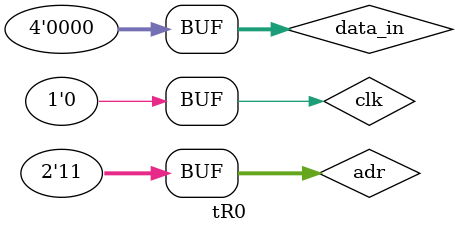
<source format=v>
module tR0; 
   reg clk; 
   reg [1:0] adr;
   reg [3:0] data_in;
   wire [3:0] RAM_out;
R0 test_R0 (clk, adr, data_in,RAM_out); 
initial 
   begin
    clk = 0;
	adr[0] = 0;    
	adr[1] = 0;    
	data_in[0] = 0;
	data_in[1] = 0;
	data_in[2] = 0;
	data_in[3] = 0;
	#5 data_in[0] = 1;
	#5 clk = 1;
	#5 adr[0] = 1;  data_in[0] = 0; data_in[1] = 1;  clk = 0;  
	#5 clk = 1;
	#5 adr[0] = 0; adr[1] = 1;  data_in[1] = 0; data_in[2] = 1;  clk = 0;  
	#5 clk = 1;
	#5 adr[0] = 1; adr[1] = 1;  data_in[2] = 0; data_in[3] = 1;  clk = 0;  
   	#5 clk = 1;
   	#5 adr[0] = 0; adr[1] = 0; data_in[3] = 0;  clk = 0;  
	#5 adr[0] = 1; adr[1] = 0;
	#5 adr[0] = 0; adr[1] = 1;
	#5 adr[0] = 1; adr[1] = 1;
	#5 adr[0] = 0; adr[1] = 0;
	#5 adr[0] = 1; adr[1] = 0;
	#5 adr[0] = 0; adr[1] = 1;
	#5 adr[0] = 1; adr[1] = 1;
	#5 adr[0] = 0; adr[1] = 0;
	#5 adr[0] = 1; adr[1] = 0;
	#5 adr[0] = 0; adr[1] = 1;
	#5 adr[0] = 1; adr[1] = 1;
end
endmodule 

</source>
